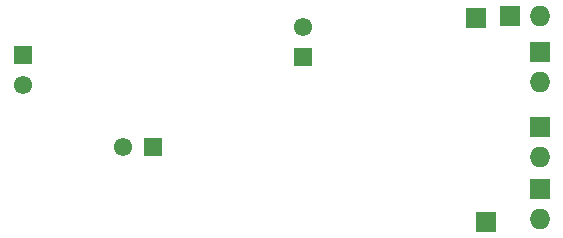
<source format=gbs>
G04 #@! TF.FileFunction,Soldermask,Bot*
%FSLAX46Y46*%
G04 Gerber Fmt 4.6, Leading zero omitted, Abs format (unit mm)*
G04 Created by KiCad (PCBNEW 4.0.4-stable) date 09/24/17 15:17:15*
%MOMM*%
%LPD*%
G01*
G04 APERTURE LIST*
%ADD10C,0.150000*%
%ADD11R,1.730000X1.730000*%
%ADD12O,1.730000X1.730000*%
%ADD13R,1.554000X1.554000*%
%ADD14C,1.554000*%
G04 APERTURE END LIST*
D10*
D11*
X311060000Y-117460000D03*
D12*
X311060000Y-120000000D03*
D13*
X291025520Y-117905240D03*
D14*
X291025520Y-115365240D03*
D11*
X311035640Y-129055840D03*
D12*
X311035640Y-131595840D03*
D11*
X311035640Y-123853920D03*
D12*
X311035640Y-126393920D03*
D13*
X267250000Y-117710000D03*
D14*
X267250000Y-120250000D03*
D11*
X305650000Y-114600000D03*
D13*
X278315360Y-125535400D03*
D14*
X275775360Y-125535400D03*
D11*
X306504280Y-131875240D03*
X308520000Y-114420000D03*
D12*
X311060000Y-114420000D03*
M02*

</source>
